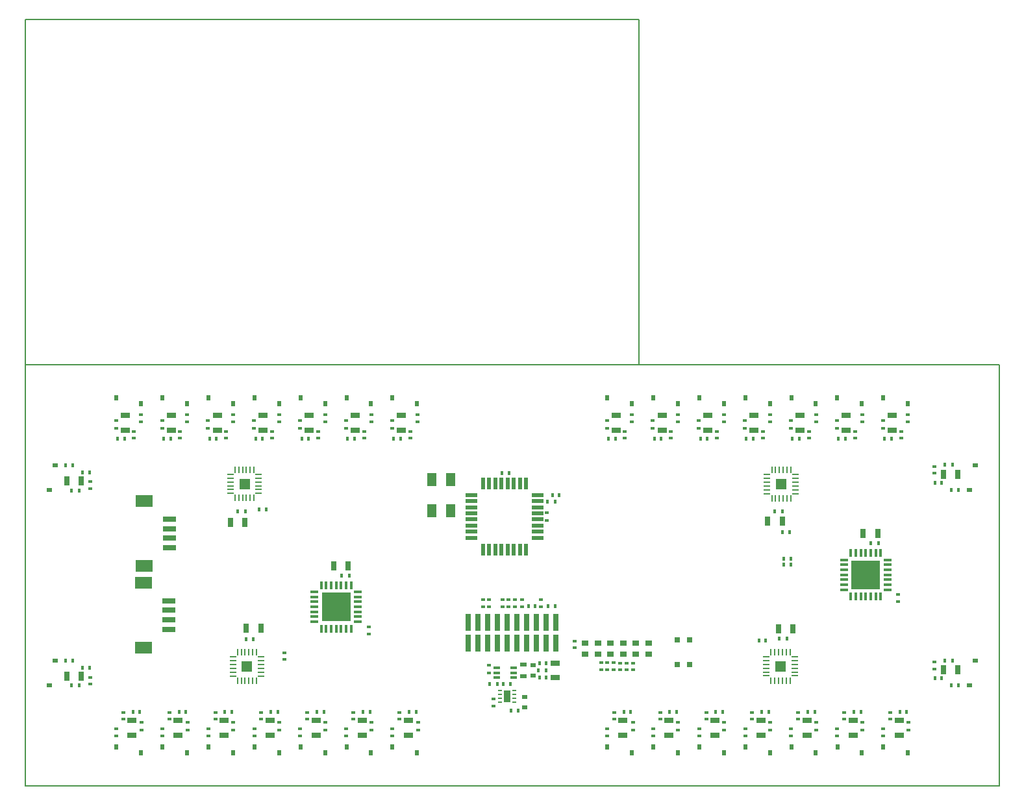
<source format=gbp>
G04*
G04 #@! TF.GenerationSoftware,Altium Limited,Altium Designer,18.1.9 (240)*
G04*
G04 Layer_Color=128*
%FSLAX44Y44*%
%MOMM*%
G71*
G01*
G75*
%ADD13R,0.5500X1.5000*%
%ADD14R,1.5000X0.5500*%
%ADD16R,0.9000X0.7000*%
%ADD26R,0.7500X0.7000*%
%ADD36C,0.2000*%
%ADD40R,0.4500X0.6000*%
%ADD42R,0.6000X0.4000*%
%ADD43R,0.8000X1.3000*%
%ADD56R,0.7000X0.5000*%
%ADD57R,0.5000X0.7000*%
%ADD58R,0.4000X0.6000*%
%ADD59R,1.2000X1.8000*%
%ADD60R,2.2000X1.6000*%
%ADD61R,1.8000X0.7000*%
%ADD62R,0.8000X0.6000*%
%ADD63R,1.3000X0.8000*%
%ADD64R,0.5000X0.2500*%
%ADD65R,0.9000X1.6000*%
%ADD66R,0.8500X0.3500*%
%ADD67R,3.7000X3.7000*%
%ADD68R,0.3300X1.0400*%
%ADD69R,1.0400X0.3300*%
%ADD70R,0.9000X0.5000*%
%ADD71R,0.6000X0.4500*%
%ADD72R,0.7366X2.2352*%
%ADD74O,0.2393X0.8571*%
%ADD75O,0.8571X0.2393*%
%ADD76R,0.8571X0.2393*%
%ADD123R,1.3914X1.3914*%
G36*
X593769Y449919D02*
Y422060D01*
X621629D01*
Y449919D01*
X593769D01*
D02*
G37*
G36*
X1284290Y491757D02*
Y463897D01*
X1312149D01*
Y491757D01*
X1284290D01*
D02*
G37*
D13*
X796957Y594750D02*
D03*
X804957D02*
D03*
X812957D02*
D03*
X820957D02*
D03*
X828957D02*
D03*
X836957D02*
D03*
X844957D02*
D03*
X852957D02*
D03*
Y508750D02*
D03*
X844957D02*
D03*
X836957D02*
D03*
X828957D02*
D03*
X820957D02*
D03*
X812957D02*
D03*
X804957D02*
D03*
X796957D02*
D03*
D14*
X781957Y523750D02*
D03*
Y531750D02*
D03*
Y539750D02*
D03*
Y547750D02*
D03*
Y555750D02*
D03*
Y563750D02*
D03*
Y571750D02*
D03*
Y579750D02*
D03*
X867957D02*
D03*
Y571750D02*
D03*
Y563750D02*
D03*
Y555750D02*
D03*
Y547750D02*
D03*
Y539750D02*
D03*
Y531750D02*
D03*
Y523750D02*
D03*
D16*
X1012895Y371658D02*
D03*
Y386658D02*
D03*
X979761D02*
D03*
Y371658D02*
D03*
X996328Y386658D02*
D03*
Y371658D02*
D03*
X930059Y386658D02*
D03*
Y371658D02*
D03*
X946626Y386658D02*
D03*
Y371658D02*
D03*
X963194Y386658D02*
D03*
Y371658D02*
D03*
D26*
X1066775Y390911D02*
D03*
Y358911D02*
D03*
X1050275D02*
D03*
Y390911D02*
D03*
D36*
X200000Y750000D02*
X1000000D01*
X200000D02*
Y1200000D01*
X1000000D01*
Y750000D02*
Y1200000D01*
X1470000Y200000D02*
Y750000D01*
X200000D02*
X1470000D01*
X200000Y200000D02*
Y750000D01*
Y200000D02*
X1470000D01*
D40*
X612456Y474760D02*
D03*
X622456D02*
D03*
X1302977Y516598D02*
D03*
X1312977D02*
D03*
X869497Y351000D02*
D03*
X879497D02*
D03*
X805499Y333003D02*
D03*
X815499D02*
D03*
X1409254Y619488D02*
D03*
X1399254D02*
D03*
X260743Y331005D02*
D03*
X270743D02*
D03*
X1409257Y363995D02*
D03*
X1399257D02*
D03*
X260743Y585005D02*
D03*
X270743D02*
D03*
X1193502Y391987D02*
D03*
X1183502D02*
D03*
X1177490Y558544D02*
D03*
X1187490D02*
D03*
X497757Y391750D02*
D03*
X487757D02*
D03*
X477495Y558511D02*
D03*
X487495D02*
D03*
X891003Y571001D02*
D03*
X881003D02*
D03*
D42*
X538411Y365009D02*
D03*
Y374009D02*
D03*
X647744Y398702D02*
D03*
Y407702D02*
D03*
X1338264Y440539D02*
D03*
Y449539D02*
D03*
X822142Y434032D02*
D03*
Y443032D02*
D03*
X830554D02*
D03*
Y434032D02*
D03*
X838868Y434120D02*
D03*
Y443120D02*
D03*
X916539Y389338D02*
D03*
Y380338D02*
D03*
X984004Y351416D02*
D03*
Y360416D02*
D03*
X958982Y351662D02*
D03*
Y360662D02*
D03*
X967041Y351662D02*
D03*
Y360662D02*
D03*
X958747Y274582D02*
D03*
Y265582D02*
D03*
X711253Y675417D02*
D03*
Y684417D02*
D03*
X1018747Y274582D02*
D03*
Y265582D02*
D03*
X1351173Y675414D02*
D03*
Y684414D02*
D03*
X318747Y274585D02*
D03*
Y265585D02*
D03*
X651253Y675417D02*
D03*
Y684417D02*
D03*
X1078747Y274582D02*
D03*
Y265582D02*
D03*
X1291173Y675414D02*
D03*
Y684414D02*
D03*
X378747Y274585D02*
D03*
Y265585D02*
D03*
X591253Y675417D02*
D03*
Y684417D02*
D03*
X1231173Y675414D02*
D03*
Y684414D02*
D03*
X438747Y274585D02*
D03*
Y265585D02*
D03*
X531253Y675417D02*
D03*
Y684417D02*
D03*
X1198747Y274582D02*
D03*
Y265582D02*
D03*
X1171173Y675414D02*
D03*
Y684414D02*
D03*
X498747Y274585D02*
D03*
Y265585D02*
D03*
X471253Y675417D02*
D03*
Y684417D02*
D03*
X1258747Y274582D02*
D03*
Y265582D02*
D03*
X1111173Y675414D02*
D03*
Y684414D02*
D03*
X558747Y274585D02*
D03*
Y265585D02*
D03*
X411253Y675417D02*
D03*
Y684417D02*
D03*
X1318747Y274582D02*
D03*
Y265582D02*
D03*
X1051173Y675414D02*
D03*
Y684414D02*
D03*
X618747Y274585D02*
D03*
Y265585D02*
D03*
X351253Y675417D02*
D03*
Y684417D02*
D03*
X991173Y675414D02*
D03*
Y684414D02*
D03*
X678747Y274585D02*
D03*
Y265585D02*
D03*
X967975Y296237D02*
D03*
Y287237D02*
D03*
X702025Y653763D02*
D03*
Y662763D02*
D03*
X1027975Y296237D02*
D03*
Y287237D02*
D03*
X1341945Y653760D02*
D03*
Y662760D02*
D03*
X327975Y296240D02*
D03*
Y287240D02*
D03*
X642025Y653763D02*
D03*
Y662763D02*
D03*
X1087975Y296237D02*
D03*
Y287237D02*
D03*
X1281945Y653760D02*
D03*
Y662760D02*
D03*
X387975Y296240D02*
D03*
Y287240D02*
D03*
X582025Y653763D02*
D03*
Y662763D02*
D03*
X1147975Y296237D02*
D03*
Y287237D02*
D03*
X1221945Y653760D02*
D03*
Y662760D02*
D03*
X447975Y296240D02*
D03*
Y287240D02*
D03*
X522025Y653763D02*
D03*
Y662763D02*
D03*
X1207975Y296237D02*
D03*
Y287237D02*
D03*
X1161945Y653760D02*
D03*
Y662760D02*
D03*
X507975Y296240D02*
D03*
Y287240D02*
D03*
X462025Y653763D02*
D03*
Y662763D02*
D03*
X1267975Y296237D02*
D03*
Y287237D02*
D03*
X1101945Y653760D02*
D03*
Y662760D02*
D03*
X567975Y296240D02*
D03*
Y287240D02*
D03*
X402025Y653763D02*
D03*
Y662763D02*
D03*
X1327975Y296237D02*
D03*
Y287237D02*
D03*
X1041945Y653760D02*
D03*
Y662760D02*
D03*
X627975Y296240D02*
D03*
Y287240D02*
D03*
X342025Y653763D02*
D03*
Y662763D02*
D03*
X981945Y653760D02*
D03*
Y662760D02*
D03*
X687975Y296240D02*
D03*
Y287240D02*
D03*
X1385507Y607998D02*
D03*
Y616998D02*
D03*
X284491Y341995D02*
D03*
Y332995D02*
D03*
X1385509Y353005D02*
D03*
Y362005D02*
D03*
X284491Y596995D02*
D03*
Y587995D02*
D03*
X872735Y443032D02*
D03*
Y434032D02*
D03*
X847967Y443032D02*
D03*
Y434032D02*
D03*
X805057D02*
D03*
Y443032D02*
D03*
X797374D02*
D03*
Y434032D02*
D03*
X1138747Y274582D02*
D03*
Y265582D02*
D03*
X992293Y360416D02*
D03*
Y351416D02*
D03*
X950857Y360919D02*
D03*
Y351919D02*
D03*
X975941Y360590D02*
D03*
Y351590D02*
D03*
D43*
X467753Y543995D02*
D03*
X486753D02*
D03*
X507499Y406266D02*
D03*
X488499D02*
D03*
X1168238Y546026D02*
D03*
X1187238D02*
D03*
X1201244Y404754D02*
D03*
X1182244D02*
D03*
X1292730Y529302D02*
D03*
X1311730D02*
D03*
X602210Y487465D02*
D03*
X621209D02*
D03*
X272991Y343011D02*
D03*
X253991D02*
D03*
X1397009Y351989D02*
D03*
X1416009D02*
D03*
X1416006Y606982D02*
D03*
X1397006D02*
D03*
X253991Y598011D02*
D03*
X272991D02*
D03*
D56*
X238750Y618500D02*
D03*
X231250Y586500D02*
D03*
X1438750Y363500D02*
D03*
X1431250Y331500D02*
D03*
X231250D02*
D03*
X238750Y363500D02*
D03*
X1431247Y586493D02*
D03*
X1438747Y618493D02*
D03*
D57*
X711000Y243753D02*
D03*
X679000Y251253D02*
D03*
X990920Y698747D02*
D03*
X958920Y706247D02*
D03*
X351000Y698750D02*
D03*
X319000Y706250D02*
D03*
X651000Y243753D02*
D03*
X619000Y251253D02*
D03*
X1050920Y698747D02*
D03*
X1018920Y706247D02*
D03*
X1351000Y243750D02*
D03*
X1319000Y251250D02*
D03*
X411000Y698750D02*
D03*
X379000Y706250D02*
D03*
X591000Y243753D02*
D03*
X559000Y251253D02*
D03*
X1110920Y698747D02*
D03*
X1078920Y706247D02*
D03*
X1291000Y243750D02*
D03*
X1259000Y251250D02*
D03*
X471000Y698750D02*
D03*
X439000Y706250D02*
D03*
X531000Y243753D02*
D03*
X499000Y251253D02*
D03*
X1170920Y698747D02*
D03*
X1138920Y706247D02*
D03*
X1231000Y243750D02*
D03*
X1199000Y251250D02*
D03*
X531000Y698750D02*
D03*
X499000Y706250D02*
D03*
X471000Y243753D02*
D03*
X439000Y251253D02*
D03*
X1230920Y698747D02*
D03*
X1198920Y706247D02*
D03*
X1171000Y243750D02*
D03*
X1139000Y251250D02*
D03*
X591000Y698750D02*
D03*
X559000Y706250D02*
D03*
X411000Y243753D02*
D03*
X379000Y251253D02*
D03*
X1290920Y698747D02*
D03*
X1258920Y706247D02*
D03*
X1111000Y243750D02*
D03*
X1079000Y251250D02*
D03*
X651000Y698750D02*
D03*
X619000Y706250D02*
D03*
X351000Y243753D02*
D03*
X319000Y251253D02*
D03*
X1350920Y698747D02*
D03*
X1318920Y706247D02*
D03*
X1051000Y243750D02*
D03*
X1019000Y251250D02*
D03*
X711000Y698750D02*
D03*
X679000Y706250D02*
D03*
X991000Y243750D02*
D03*
X959000Y251250D02*
D03*
D58*
X821846Y608601D02*
D03*
X830846D02*
D03*
X1198244Y488504D02*
D03*
X1189245D02*
D03*
X1198244Y496496D02*
D03*
X1189245D02*
D03*
X514243Y560994D02*
D03*
X505243D02*
D03*
X1187762Y531476D02*
D03*
X1196762D02*
D03*
X1156755Y389504D02*
D03*
X1165754D02*
D03*
X865032Y434531D02*
D03*
X856032D02*
D03*
X891032Y434538D02*
D03*
X882032D02*
D03*
X870496Y359999D02*
D03*
X879496D02*
D03*
X870497Y342000D02*
D03*
X879497D02*
D03*
X823500Y333003D02*
D03*
X832499D02*
D03*
X842840Y298496D02*
D03*
X833839D02*
D03*
X1407915Y586240D02*
D03*
X1416915D02*
D03*
X262082Y363753D02*
D03*
X253082D02*
D03*
X1407918Y331247D02*
D03*
X1416918D02*
D03*
X262082Y618753D02*
D03*
X253082D02*
D03*
X1386261Y595468D02*
D03*
X1395261D02*
D03*
X283737Y354525D02*
D03*
X274737D02*
D03*
X1386263Y340475D02*
D03*
X1395263D02*
D03*
X283737Y609525D02*
D03*
X274737D02*
D03*
X980505Y296991D02*
D03*
X989505D02*
D03*
X689495Y653009D02*
D03*
X680495D02*
D03*
X1040505Y296991D02*
D03*
X1049505D02*
D03*
X1329415Y653006D02*
D03*
X1320415D02*
D03*
X340505Y296993D02*
D03*
X349505D02*
D03*
X629495Y653009D02*
D03*
X620495D02*
D03*
X1100505Y296991D02*
D03*
X1109505D02*
D03*
X1269415Y653006D02*
D03*
X1260415D02*
D03*
X400505Y296993D02*
D03*
X409505D02*
D03*
X569495Y653009D02*
D03*
X560495D02*
D03*
X1160505Y296991D02*
D03*
X1169505D02*
D03*
X1209415Y653006D02*
D03*
X1200415D02*
D03*
X460505Y296993D02*
D03*
X469505D02*
D03*
X509495Y653009D02*
D03*
X500495D02*
D03*
X1220505Y296991D02*
D03*
X1229505D02*
D03*
X1149415Y653006D02*
D03*
X1140415D02*
D03*
X520505Y296993D02*
D03*
X529505D02*
D03*
X449495Y653009D02*
D03*
X440495D02*
D03*
X1280505Y296991D02*
D03*
X1289505D02*
D03*
X1089415Y653006D02*
D03*
X1080415D02*
D03*
X580505Y296993D02*
D03*
X589505D02*
D03*
X389495Y653009D02*
D03*
X380495D02*
D03*
X1340505Y296991D02*
D03*
X1349505D02*
D03*
X1029415Y653006D02*
D03*
X1020415D02*
D03*
X640505Y296993D02*
D03*
X649505D02*
D03*
X329495Y653009D02*
D03*
X320495D02*
D03*
X969415Y653006D02*
D03*
X960415D02*
D03*
X700505Y296993D02*
D03*
X709505D02*
D03*
X887504Y579501D02*
D03*
X896504D02*
D03*
D59*
X754503Y559399D02*
D03*
Y599399D02*
D03*
X730503D02*
D03*
Y559399D02*
D03*
D60*
X355184Y487251D02*
D03*
Y571751D02*
D03*
X354630Y380751D02*
D03*
Y465251D02*
D03*
D61*
X388184Y548251D02*
D03*
Y535751D02*
D03*
Y510751D02*
D03*
Y523251D02*
D03*
X387630Y441751D02*
D03*
Y429251D02*
D03*
Y404251D02*
D03*
Y416751D02*
D03*
D62*
X862000Y344003D02*
D03*
Y358003D02*
D03*
X850996Y302321D02*
D03*
Y316322D02*
D03*
D63*
X891496Y341499D02*
D03*
Y360500D02*
D03*
X1039489Y285491D02*
D03*
Y266491D02*
D03*
X339489Y285494D02*
D03*
Y266494D02*
D03*
X1099489Y285491D02*
D03*
Y266491D02*
D03*
X399489Y285494D02*
D03*
Y266494D02*
D03*
X1159489Y285491D02*
D03*
Y266491D02*
D03*
X459489Y285494D02*
D03*
Y266494D02*
D03*
X1219489Y285491D02*
D03*
Y266491D02*
D03*
X519489Y285494D02*
D03*
Y266494D02*
D03*
X1279489Y285491D02*
D03*
Y266491D02*
D03*
X579489Y285494D02*
D03*
Y266494D02*
D03*
X1339489Y285491D02*
D03*
Y266491D02*
D03*
X639489Y285494D02*
D03*
Y266494D02*
D03*
X690511Y683509D02*
D03*
Y664509D02*
D03*
X1330431Y683505D02*
D03*
Y664505D02*
D03*
X630511Y683509D02*
D03*
Y664509D02*
D03*
X1270431Y683505D02*
D03*
Y664505D02*
D03*
X570511Y683509D02*
D03*
Y664509D02*
D03*
X1210431Y683505D02*
D03*
Y664505D02*
D03*
X510511Y683509D02*
D03*
Y664509D02*
D03*
X1150431Y683505D02*
D03*
Y664505D02*
D03*
X450511Y683509D02*
D03*
Y664509D02*
D03*
X1090431Y683505D02*
D03*
Y664505D02*
D03*
X390511Y683509D02*
D03*
Y664509D02*
D03*
X1030431Y683505D02*
D03*
Y664505D02*
D03*
X970431Y683505D02*
D03*
Y664505D02*
D03*
X330511Y683509D02*
D03*
Y664509D02*
D03*
X979489Y266491D02*
D03*
Y285491D02*
D03*
X699489Y266494D02*
D03*
Y285494D02*
D03*
D64*
X818839Y324500D02*
D03*
Y319499D02*
D03*
X837839Y324500D02*
D03*
Y319499D02*
D03*
Y314499D02*
D03*
Y309499D02*
D03*
X818839D02*
D03*
Y314499D02*
D03*
D65*
X828339Y316999D02*
D03*
D66*
X836824Y341287D02*
D03*
Y347786D02*
D03*
Y354286D02*
D03*
X814824D02*
D03*
Y347786D02*
D03*
Y341287D02*
D03*
D67*
X1295990Y475598D02*
D03*
X605470Y433760D02*
D03*
D68*
X1276490Y447248D02*
D03*
X1282990D02*
D03*
X1289490D02*
D03*
X1295990D02*
D03*
X1302490D02*
D03*
X1308990D02*
D03*
X1315490D02*
D03*
Y503948D02*
D03*
X1308990D02*
D03*
X1302490D02*
D03*
X1295990D02*
D03*
X1289490D02*
D03*
X1282990D02*
D03*
X1276490D02*
D03*
X585970Y405410D02*
D03*
X592470D02*
D03*
X598970D02*
D03*
X605470D02*
D03*
X611970D02*
D03*
X618470D02*
D03*
X624970D02*
D03*
Y462110D02*
D03*
X618470D02*
D03*
X611970D02*
D03*
X605470D02*
D03*
X598970D02*
D03*
X592470D02*
D03*
X585970D02*
D03*
D69*
X1267640Y495098D02*
D03*
Y488598D02*
D03*
Y482098D02*
D03*
Y475598D02*
D03*
Y469098D02*
D03*
Y462598D02*
D03*
Y456098D02*
D03*
X1324340D02*
D03*
Y462598D02*
D03*
Y469098D02*
D03*
Y475598D02*
D03*
Y482098D02*
D03*
Y488598D02*
D03*
Y495098D02*
D03*
X577120Y453260D02*
D03*
Y446760D02*
D03*
Y440260D02*
D03*
Y433760D02*
D03*
Y427260D02*
D03*
Y420760D02*
D03*
Y414260D02*
D03*
X633820D02*
D03*
Y420760D02*
D03*
Y427260D02*
D03*
Y433760D02*
D03*
Y440260D02*
D03*
Y446760D02*
D03*
Y453260D02*
D03*
D70*
X849997Y358500D02*
D03*
Y343500D02*
D03*
D71*
X804548Y357866D02*
D03*
Y347866D02*
D03*
X810997Y304000D02*
D03*
Y314000D02*
D03*
X992495Y273243D02*
D03*
Y283243D02*
D03*
X678505Y676757D02*
D03*
Y666757D02*
D03*
X1051495Y273243D02*
D03*
Y283243D02*
D03*
X1318425Y676753D02*
D03*
Y666753D02*
D03*
X351495Y273246D02*
D03*
Y283246D02*
D03*
X618505Y676757D02*
D03*
Y666757D02*
D03*
X1111495Y273243D02*
D03*
Y283243D02*
D03*
X1258425Y676753D02*
D03*
Y666753D02*
D03*
X411495Y273246D02*
D03*
Y283246D02*
D03*
X558505Y676757D02*
D03*
Y666757D02*
D03*
X1171495Y273243D02*
D03*
Y283243D02*
D03*
X1198425Y676753D02*
D03*
Y666753D02*
D03*
X471495Y273246D02*
D03*
Y283246D02*
D03*
X498505Y676757D02*
D03*
Y666757D02*
D03*
X1231495Y273243D02*
D03*
Y283243D02*
D03*
X1138425Y676753D02*
D03*
Y666753D02*
D03*
X531495Y273246D02*
D03*
Y283246D02*
D03*
X438505Y676757D02*
D03*
Y666757D02*
D03*
X1291495Y273243D02*
D03*
Y283243D02*
D03*
X1078425Y676753D02*
D03*
Y666753D02*
D03*
X591495Y273246D02*
D03*
Y283246D02*
D03*
X378505Y676757D02*
D03*
Y666757D02*
D03*
X1351495Y273243D02*
D03*
Y283243D02*
D03*
X1018425Y676753D02*
D03*
Y666753D02*
D03*
X651495Y273246D02*
D03*
Y283246D02*
D03*
X318505Y676757D02*
D03*
Y666757D02*
D03*
X958425Y676753D02*
D03*
Y666753D02*
D03*
X712495Y273246D02*
D03*
Y283246D02*
D03*
X880001Y546497D02*
D03*
Y556497D02*
D03*
D72*
X892150Y413589D02*
D03*
Y386411D02*
D03*
X879450Y413589D02*
D03*
Y386411D02*
D03*
X866750Y413589D02*
D03*
Y386411D02*
D03*
X854050Y413589D02*
D03*
Y386411D02*
D03*
X841350Y413589D02*
D03*
Y386411D02*
D03*
X828650Y413589D02*
D03*
Y386411D02*
D03*
X777850D02*
D03*
Y413589D02*
D03*
X790550Y386411D02*
D03*
Y413589D02*
D03*
X803250Y386411D02*
D03*
Y413589D02*
D03*
X815950Y386411D02*
D03*
Y413589D02*
D03*
D74*
X1197500Y374755D02*
D03*
X1192500D02*
D03*
X1187500D02*
D03*
X1182500D02*
D03*
X1177500D02*
D03*
X1172500D02*
D03*
Y337744D02*
D03*
X1177500D02*
D03*
X1182500D02*
D03*
X1187500D02*
D03*
X1192500D02*
D03*
X1197500D02*
D03*
X1173493Y575273D02*
D03*
X1178493D02*
D03*
X1183493D02*
D03*
X1188493D02*
D03*
X1193493D02*
D03*
X1198493D02*
D03*
Y612284D02*
D03*
X1193493D02*
D03*
X1188493D02*
D03*
X1183493D02*
D03*
X1178493D02*
D03*
X1173493D02*
D03*
X501755Y374518D02*
D03*
X496755D02*
D03*
X491755D02*
D03*
X486755D02*
D03*
X481755D02*
D03*
X476755D02*
D03*
Y337507D02*
D03*
X481755D02*
D03*
X486755D02*
D03*
X491755D02*
D03*
X496755D02*
D03*
X501755D02*
D03*
X473498Y575743D02*
D03*
X478498D02*
D03*
X483498D02*
D03*
X488498D02*
D03*
X493498D02*
D03*
X498498D02*
D03*
Y612755D02*
D03*
X493498D02*
D03*
X488498D02*
D03*
X483498D02*
D03*
X478498D02*
D03*
X473498D02*
D03*
D75*
X1166494Y368749D02*
D03*
Y363749D02*
D03*
Y358749D02*
D03*
Y353749D02*
D03*
Y348749D02*
D03*
Y343749D02*
D03*
X1203505D02*
D03*
Y348749D02*
D03*
Y353749D02*
D03*
Y358749D02*
D03*
Y363749D02*
D03*
X1204499Y581279D02*
D03*
Y586279D02*
D03*
Y591279D02*
D03*
Y596279D02*
D03*
Y601279D02*
D03*
Y606279D02*
D03*
X1167487D02*
D03*
Y601279D02*
D03*
Y596279D02*
D03*
Y591279D02*
D03*
Y586279D02*
D03*
X470749Y368512D02*
D03*
Y363512D02*
D03*
Y358512D02*
D03*
Y353512D02*
D03*
Y348512D02*
D03*
Y343512D02*
D03*
X507760D02*
D03*
Y348512D02*
D03*
Y353512D02*
D03*
Y358512D02*
D03*
Y363512D02*
D03*
X504503Y581749D02*
D03*
Y586749D02*
D03*
Y591749D02*
D03*
Y596749D02*
D03*
Y601749D02*
D03*
Y606749D02*
D03*
X467492D02*
D03*
Y601749D02*
D03*
Y596749D02*
D03*
Y591749D02*
D03*
Y586749D02*
D03*
D76*
X1203505Y368749D02*
D03*
X1167487Y581279D02*
D03*
X507760Y368512D02*
D03*
X467492Y581749D02*
D03*
D123*
X1185002Y356249D02*
D03*
X1185990Y593779D02*
D03*
X489253Y356012D02*
D03*
X485998Y594249D02*
D03*
M02*

</source>
